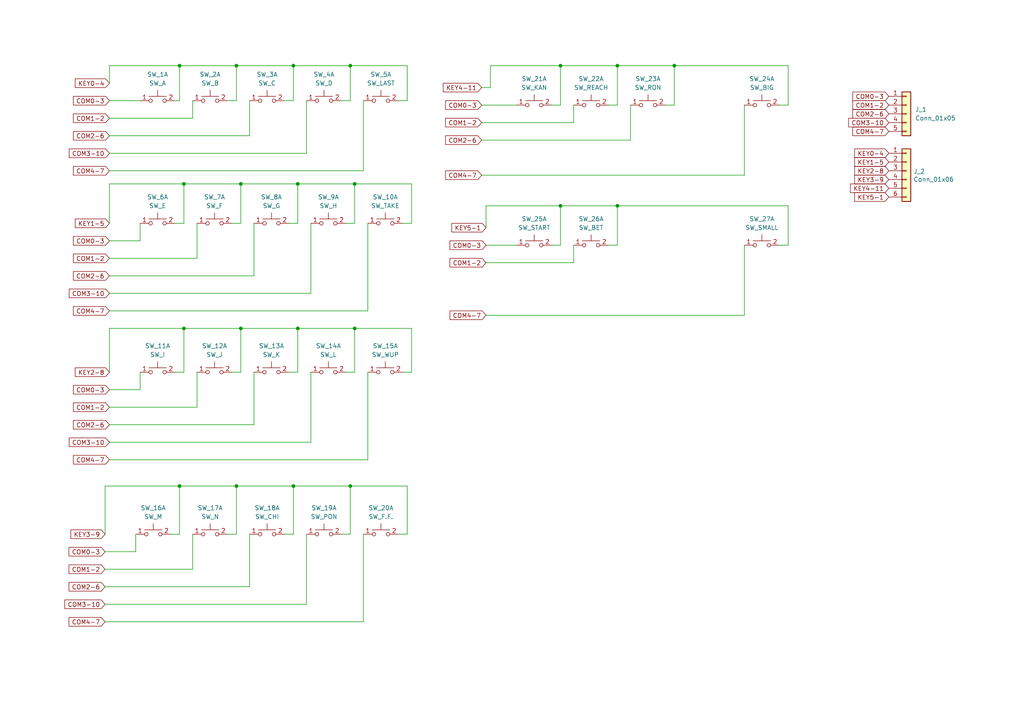
<source format=kicad_sch>
(kicad_sch (version 20211123) (generator eeschema)
  (paper "A4")
  (lib_symbols
    (symbol "Connector_Generic:Conn_01x05" (pin_names (offset 1.016) hide)
      (property "Reference" "J" (at 0 7.62 0))
      (property "Value" "Conn_01x05" (at 0 -7.62 0))
      (symbol "Conn_01x05_1_1"
        (rectangle (start -1.27 -4.953) (end 0 -5.207) (stroke (width 0.1524)))
        (rectangle (start -1.27 -2.413) (end 0 -2.667) (stroke (width 0.1524)))
        (rectangle (start -1.27 0.127) (end 0 -0.127) (stroke (width 0.1524)))
        (rectangle (start -1.27 2.667) (end 0 2.413) (stroke (width 0.1524)))
        (rectangle (start -1.27 5.207) (end 0 4.953) (stroke (width 0.1524)))
        (rectangle (start -1.27 6.35) (end 1.27 -6.35) (stroke (width 0.254)) (fill (type background)))
        (pin passive line (at -5.08 5.08 0) (length 3.81) (name "Pin_1") (number "1"))
        (pin passive line (at -5.08 2.54 0) (length 3.81) (name "Pin_2") (number "2"))
        (pin passive line (at -5.08 0 0) (length 3.81) (name "Pin_3") (number "3"))
        (pin passive line (at -5.08 -2.54 0) (length 3.81) (name "Pin_4") (number "4"))
        (pin passive line (at -5.08 -5.08 0) (length 3.81) (name "Pin_5") (number "5"))
      )
    )
    (symbol "Connector_Generic:Conn_01x06" (pin_names (offset 1.016) hide)
      (property "Reference" "J" (at 0 7.62 0))
      (property "Value" "Conn_01x06" (at 0 -10.16 0))
      (symbol "Conn_01x06_1_1"
        (rectangle (start -1.27 -7.493) (end 0 -7.747) (stroke (width 0.1524)))
        (rectangle (start -1.27 -4.953) (end 0 -5.207) (stroke (width 0.1524)))
        (rectangle (start -1.27 -2.413) (end 0 -2.667) (stroke (width 0.1524)))
        (rectangle (start -1.27 0.127) (end 0 -0.127) (stroke (width 0.1524)))
        (rectangle (start -1.27 2.667) (end 0 2.413) (stroke (width 0.1524)))
        (rectangle (start -1.27 5.207) (end 0 4.953) (stroke (width 0.1524)))
        (rectangle (start -1.27 6.35) (end 1.27 -8.89) (stroke (width 0.254)) (fill (type background)))
        (pin passive line (at -5.08 5.08 0) (length 3.81) (name "Pin_1") (number "1"))
        (pin passive line (at -5.08 2.54 0) (length 3.81) (name "Pin_2") (number "2"))
        (pin passive line (at -5.08 0 0) (length 3.81) (name "Pin_3") (number "3"))
        (pin passive line (at -5.08 -2.54 0) (length 3.81) (name "Pin_4") (number "4"))
        (pin passive line (at -5.08 -5.08 0) (length 3.81) (name "Pin_5") (number "5"))
        (pin passive line (at -5.08 -7.62 0) (length 3.81) (name "Pin_6") (number "6"))
      )
    )
    (symbol "Switch:SW_Push_Dual_x2" (pin_names (offset 1.016) hide)
      (property "Reference" "SW" (at 1.27 2.54 0))
      (property "Value" "SW_Push_Dual_x2" (at 0 -1.524 0))
      (symbol "SW_Push_Dual_x2_0_1"
        (circle (center -2.032 0) (radius 0.508))
        (polyline (pts (xy 0 1.27) (xy 0 3.048)))
        (polyline (pts (xy 2.54 1.27) (xy -2.54 1.27)))
        (circle (center 2.032 0) (radius 0.508))
      )
      (symbol "SW_Push_Dual_x2_1_1"
        (pin passive line (at -5.08 0 0) (length 2.54) (name "C") (number "1"))
        (pin passive line (at 5.08 0 180) (length 2.54) (name "D") (number "2"))
      )
      (symbol "SW_Push_Dual_x2_2_1"
        (pin passive line (at -5.08 0 0) (length 2.54) (name "C") (number "3"))
        (pin passive line (at 5.08 0 180) (length 2.54) (name "D") (number "4"))
      )
    )
  )
  (junction (at 68.58 140.97))
  (junction (at 68.58 19.05))
  (junction (at 101.6 19.05))
  (junction (at 102.87 53.34))
  (junction (at 85.09 19.05))
  (junction (at 69.85 53.34))
  (junction (at 52.07 140.97))
  (junction (at 102.87 95.25))
  (junction (at 162.56 59.69))
  (junction (at 162.56 19.05))
  (junction (at 53.34 95.25))
  (junction (at 101.6 140.97))
  (junction (at 179.07 19.05))
  (junction (at 195.58 19.05))
  (junction (at 86.36 95.25))
  (junction (at 52.07 19.05))
  (junction (at 179.07 59.69))
  (junction (at 53.34 53.34))
  (junction (at 69.85 95.25))
  (junction (at 86.36 53.34))
  (junction (at 85.09 140.97))
  (wire (pts (xy 162.56 71.12) (xy 160.02 71.12)))
  (wire (pts (xy 86.36 53.34) (xy 86.36 64.77)))
  (wire (pts (xy 228.6 19.05) (xy 228.6 30.48)))
  (wire (pts (xy 31.75 128.27) (xy 90.17 128.27)))
  (wire (pts (xy 55.88 165.1) (xy 55.88 154.94)))
  (wire (pts (xy 31.75 39.37) (xy 72.39 39.37)))
  (wire (pts (xy 31.75 133.35) (xy 106.68 133.35)))
  (wire (pts (xy 57.15 118.11) (xy 57.15 107.95)))
  (wire (pts (xy 30.48 175.26) (xy 88.9 175.26)))
  (wire (pts (xy 162.56 59.69) (xy 179.07 59.69)))
  (wire (pts (xy 31.75 107.95) (xy 31.75 95.25)))
  (wire (pts (xy 166.37 76.2) (xy 166.37 71.12)))
  (wire (pts (xy 53.34 107.95) (xy 50.8 107.95)))
  (wire (pts (xy 31.75 95.25) (xy 53.34 95.25)))
  (wire (pts (xy 40.64 113.03) (xy 40.64 107.95)))
  (wire (pts (xy 228.6 71.12) (xy 226.06 71.12)))
  (wire (pts (xy 101.6 140.97) (xy 118.11 140.97)))
  (wire (pts (xy 68.58 19.05) (xy 85.09 19.05)))
  (wire (pts (xy 68.58 140.97) (xy 85.09 140.97)))
  (wire (pts (xy 53.34 95.25) (xy 69.85 95.25)))
  (wire (pts (xy 215.9 50.8) (xy 215.9 30.48)))
  (wire (pts (xy 90.17 85.09) (xy 90.17 64.77)))
  (wire (pts (xy 142.24 25.4) (xy 142.24 19.05)))
  (wire (pts (xy 40.64 69.85) (xy 40.64 64.77)))
  (wire (pts (xy 101.6 19.05) (xy 118.11 19.05)))
  (wire (pts (xy 140.97 76.2) (xy 166.37 76.2)))
  (wire (pts (xy 102.87 95.25) (xy 102.87 107.95)))
  (wire (pts (xy 182.88 40.64) (xy 182.88 30.48)))
  (wire (pts (xy 50.8 29.21) (xy 52.07 29.21)))
  (wire (pts (xy 85.09 19.05) (xy 101.6 19.05)))
  (wire (pts (xy 86.36 95.25) (xy 102.87 95.25)))
  (wire (pts (xy 68.58 19.05) (xy 68.58 29.21)))
  (wire (pts (xy 31.75 113.03) (xy 40.64 113.03)))
  (wire (pts (xy 31.75 49.53) (xy 105.41 49.53)))
  (wire (pts (xy 101.6 154.94) (xy 99.06 154.94)))
  (wire (pts (xy 166.37 35.56) (xy 166.37 30.48)))
  (wire (pts (xy 82.55 29.21) (xy 85.09 29.21)))
  (wire (pts (xy 139.7 30.48) (xy 149.86 30.48)))
  (wire (pts (xy 140.97 66.04) (xy 140.97 59.69)))
  (wire (pts (xy 31.75 80.01) (xy 73.66 80.01)))
  (wire (pts (xy 31.75 85.09) (xy 90.17 85.09)))
  (wire (pts (xy 53.34 53.34) (xy 69.85 53.34)))
  (wire (pts (xy 179.07 59.69) (xy 228.6 59.69)))
  (wire (pts (xy 31.75 118.11) (xy 57.15 118.11)))
  (wire (pts (xy 30.48 160.02) (xy 39.37 160.02)))
  (wire (pts (xy 226.06 30.48) (xy 228.6 30.48)))
  (wire (pts (xy 106.68 90.17) (xy 106.68 64.77)))
  (wire (pts (xy 52.07 154.94) (xy 49.53 154.94)))
  (wire (pts (xy 68.58 154.94) (xy 66.04 154.94)))
  (wire (pts (xy 57.15 74.93) (xy 57.15 64.77)))
  (wire (pts (xy 69.85 95.25) (xy 86.36 95.25)))
  (wire (pts (xy 67.31 107.95) (xy 69.85 107.95)))
  (wire (pts (xy 102.87 64.77) (xy 100.33 64.77)))
  (wire (pts (xy 53.34 64.77) (xy 50.8 64.77)))
  (wire (pts (xy 118.11 140.97) (xy 118.11 154.94)))
  (wire (pts (xy 162.56 59.69) (xy 162.56 71.12)))
  (wire (pts (xy 52.07 140.97) (xy 68.58 140.97)))
  (wire (pts (xy 140.97 59.69) (xy 162.56 59.69)))
  (wire (pts (xy 30.48 170.18) (xy 72.39 170.18)))
  (wire (pts (xy 106.68 133.35) (xy 106.68 107.95)))
  (wire (pts (xy 162.56 19.05) (xy 162.56 30.48)))
  (wire (pts (xy 176.53 30.48) (xy 179.07 30.48)))
  (wire (pts (xy 31.75 90.17) (xy 106.68 90.17)))
  (wire (pts (xy 31.75 64.77) (xy 31.75 53.34)))
  (wire (pts (xy 39.37 160.02) (xy 39.37 154.94)))
  (wire (pts (xy 31.75 24.13) (xy 31.75 19.05)))
  (wire (pts (xy 31.75 29.21) (xy 40.64 29.21)))
  (wire (pts (xy 99.06 29.21) (xy 101.6 29.21)))
  (wire (pts (xy 83.82 107.95) (xy 86.36 107.95)))
  (wire (pts (xy 179.07 19.05) (xy 179.07 30.48)))
  (wire (pts (xy 52.07 19.05) (xy 52.07 29.21)))
  (wire (pts (xy 72.39 170.18) (xy 72.39 154.94)))
  (wire (pts (xy 100.33 107.95) (xy 102.87 107.95)))
  (wire (pts (xy 119.38 107.95) (xy 116.84 107.95)))
  (wire (pts (xy 119.38 53.34) (xy 119.38 64.77)))
  (wire (pts (xy 140.97 71.12) (xy 149.86 71.12)))
  (wire (pts (xy 30.48 180.34) (xy 105.41 180.34)))
  (wire (pts (xy 73.66 80.01) (xy 73.66 64.77)))
  (wire (pts (xy 215.9 91.44) (xy 215.9 71.12)))
  (wire (pts (xy 105.41 180.34) (xy 105.41 154.94)))
  (wire (pts (xy 66.04 29.21) (xy 68.58 29.21)))
  (wire (pts (xy 140.97 91.44) (xy 215.9 91.44)))
  (wire (pts (xy 139.7 25.4) (xy 142.24 25.4)))
  (wire (pts (xy 31.75 123.19) (xy 73.66 123.19)))
  (wire (pts (xy 195.58 19.05) (xy 195.58 30.48)))
  (wire (pts (xy 55.88 29.21) (xy 55.88 34.29)))
  (wire (pts (xy 162.56 30.48) (xy 160.02 30.48)))
  (wire (pts (xy 53.34 95.25) (xy 53.34 107.95)))
  (wire (pts (xy 72.39 29.21) (xy 72.39 39.37)))
  (wire (pts (xy 73.66 123.19) (xy 73.66 107.95)))
  (wire (pts (xy 88.9 175.26) (xy 88.9 154.94)))
  (wire (pts (xy 31.75 74.93) (xy 57.15 74.93)))
  (wire (pts (xy 118.11 154.94) (xy 115.57 154.94)))
  (wire (pts (xy 30.48 140.97) (xy 52.07 140.97)))
  (wire (pts (xy 102.87 95.25) (xy 119.38 95.25)))
  (wire (pts (xy 86.36 53.34) (xy 102.87 53.34)))
  (wire (pts (xy 86.36 95.25) (xy 86.36 107.95)))
  (wire (pts (xy 139.7 50.8) (xy 215.9 50.8)))
  (wire (pts (xy 69.85 95.25) (xy 69.85 107.95)))
  (wire (pts (xy 85.09 140.97) (xy 101.6 140.97)))
  (wire (pts (xy 118.11 29.21) (xy 115.57 29.21)))
  (wire (pts (xy 90.17 128.27) (xy 90.17 107.95)))
  (wire (pts (xy 179.07 19.05) (xy 195.58 19.05)))
  (wire (pts (xy 101.6 19.05) (xy 101.6 29.21)))
  (wire (pts (xy 69.85 64.77) (xy 67.31 64.77)))
  (wire (pts (xy 31.75 69.85) (xy 40.64 69.85)))
  (wire (pts (xy 68.58 140.97) (xy 68.58 154.94)))
  (wire (pts (xy 85.09 140.97) (xy 85.09 154.94)))
  (wire (pts (xy 119.38 95.25) (xy 119.38 107.95)))
  (wire (pts (xy 85.09 19.05) (xy 85.09 29.21)))
  (wire (pts (xy 30.48 165.1) (xy 55.88 165.1)))
  (wire (pts (xy 102.87 53.34) (xy 102.87 64.77)))
  (wire (pts (xy 139.7 40.64) (xy 182.88 40.64)))
  (wire (pts (xy 116.84 64.77) (xy 119.38 64.77)))
  (wire (pts (xy 179.07 59.69) (xy 179.07 71.12)))
  (wire (pts (xy 118.11 19.05) (xy 118.11 29.21)))
  (wire (pts (xy 105.41 49.53) (xy 105.41 29.21)))
  (wire (pts (xy 30.48 154.94) (xy 30.48 140.97)))
  (wire (pts (xy 195.58 19.05) (xy 228.6 19.05)))
  (wire (pts (xy 139.7 35.56) (xy 166.37 35.56)))
  (wire (pts (xy 82.55 154.94) (xy 85.09 154.94)))
  (wire (pts (xy 101.6 140.97) (xy 101.6 154.94)))
  (wire (pts (xy 53.34 53.34) (xy 53.34 64.77)))
  (wire (pts (xy 86.36 64.77) (xy 83.82 64.77)))
  (wire (pts (xy 88.9 44.45) (xy 88.9 29.21)))
  (wire (pts (xy 31.75 53.34) (xy 53.34 53.34)))
  (wire (pts (xy 31.75 19.05) (xy 52.07 19.05)))
  (wire (pts (xy 31.75 44.45) (xy 88.9 44.45)))
  (wire (pts (xy 102.87 53.34) (xy 119.38 53.34)))
  (wire (pts (xy 69.85 53.34) (xy 69.85 64.77)))
  (wire (pts (xy 142.24 19.05) (xy 162.56 19.05)))
  (wire (pts (xy 176.53 71.12) (xy 179.07 71.12)))
  (wire (pts (xy 193.04 30.48) (xy 195.58 30.48)))
  (wire (pts (xy 228.6 59.69) (xy 228.6 71.12)))
  (wire (pts (xy 69.85 53.34) (xy 86.36 53.34)))
  (wire (pts (xy 162.56 19.05) (xy 179.07 19.05)))
  (wire (pts (xy 52.07 140.97) (xy 52.07 154.94)))
  (wire (pts (xy 31.75 34.29) (xy 55.88 34.29)))
  (wire (pts (xy 52.07 19.05) (xy 68.58 19.05)))
  (global_label "COM3-10" (shape input) (at 31.75 85.09 180) (property "Intersheet References" "${INTERSHEET_REFS}" (effects hide)))
  (global_label "COM4-7" (shape input) (at 31.75 90.17 180) (property "Intersheet References" "${INTERSHEET_REFS}" (effects hide)))
  (global_label "KEY2-8" (shape input) (at 257.81 49.53 180) (property "Intersheet References" "${INTERSHEET_REFS}" (effects hide)))
  (global_label "COM0-3" (shape input) (at 31.75 69.85 180) (property "Intersheet References" "${INTERSHEET_REFS}" (effects hide)))
  (global_label "COM1-2" (shape input) (at 31.75 34.29 180) (property "Intersheet References" "${INTERSHEET_REFS}" (effects hide)))
  (global_label "COM4-7" (shape input) (at 257.81 38.1 180) (property "Intersheet References" "${INTERSHEET_REFS}" (effects hide)))
  (global_label "KEY2-8" (shape input) (at 31.75 107.95 180) (property "Intersheet References" "${INTERSHEET_REFS}" (effects hide)))
  (global_label "COM1-2" (shape input) (at 30.48 165.1 180) (property "Intersheet References" "${INTERSHEET_REFS}" (effects hide)))
  (global_label "COM1-2" (shape input) (at 31.75 118.11 180) (property "Intersheet References" "${INTERSHEET_REFS}" (effects hide)))
  (global_label "COM2-6" (shape input) (at 31.75 123.19 180) (property "Intersheet References" "${INTERSHEET_REFS}" (effects hide)))
  (global_label "COM1-2" (shape input) (at 31.75 74.93 180) (property "Intersheet References" "${INTERSHEET_REFS}" (effects hide)))
  (global_label "COM4-7" (shape input) (at 30.48 180.34 180) (property "Intersheet References" "${INTERSHEET_REFS}" (effects hide)))
  (global_label "KEY1-5" (shape input) (at 31.75 64.77 180) (property "Intersheet References" "${INTERSHEET_REFS}" (effects hide)))
  (global_label "COM1-2" (shape input) (at 139.7 35.56 180) (property "Intersheet References" "${INTERSHEET_REFS}" (effects hide)))
  (global_label "COM1-2" (shape input) (at 140.97 76.2 180) (property "Intersheet References" "${INTERSHEET_REFS}" (effects hide)))
  (global_label "COM2-6" (shape input) (at 139.7 40.64 180) (property "Intersheet References" "${INTERSHEET_REFS}" (effects hide)))
  (global_label "COM4-7" (shape input) (at 139.7 50.8 180) (property "Intersheet References" "${INTERSHEET_REFS}" (effects hide)))
  (global_label "COM2-6" (shape input) (at 31.75 39.37 180) (property "Intersheet References" "${INTERSHEET_REFS}" (effects hide)))
  (global_label "KEY1-5" (shape input) (at 257.81 46.99 180) (property "Intersheet References" "${INTERSHEET_REFS}" (effects hide)))
  (global_label "COM0-3" (shape input) (at 139.7 30.48 180) (property "Intersheet References" "${INTERSHEET_REFS}" (effects hide)))
  (global_label "KEY4-11" (shape input) (at 257.81 54.61 180) (property "Intersheet References" "${INTERSHEET_REFS}" (effects hide)))
  (global_label "COM4-7" (shape input) (at 31.75 49.53 180) (property "Intersheet References" "${INTERSHEET_REFS}" (effects hide)))
  (global_label "KEY0-4" (shape input) (at 31.75 24.13 180) (property "Intersheet References" "${INTERSHEET_REFS}" (effects hide)))
  (global_label "COM2-6" (shape input) (at 30.48 170.18 180) (property "Intersheet References" "${INTERSHEET_REFS}" (effects hide)))
  (global_label "COM2-6" (shape input) (at 31.75 80.01 180) (property "Intersheet References" "${INTERSHEET_REFS}" (effects hide)))
  (global_label "KEY0-4" (shape input) (at 257.81 44.45 180) (property "Intersheet References" "${INTERSHEET_REFS}" (effects hide)))
  (global_label "KEY5-1" (shape input) (at 257.81 57.15 180) (property "Intersheet References" "${INTERSHEET_REFS}" (effects hide)))
  (global_label "COM0-3" (shape input) (at 31.75 113.03 180) (property "Intersheet References" "${INTERSHEET_REFS}" (effects hide)))
  (global_label "COM4-7" (shape input) (at 140.97 91.44 180) (property "Intersheet References" "${INTERSHEET_REFS}" (effects hide)))
  (global_label "KEY3-9" (shape input) (at 257.81 52.07 180) (property "Intersheet References" "${INTERSHEET_REFS}" (effects hide)))
  (global_label "COM3-10" (shape input) (at 31.75 44.45 180) (property "Intersheet References" "${INTERSHEET_REFS}" (effects hide)))
  (global_label "COM2-6" (shape input) (at 257.81 33.02 180) (property "Intersheet References" "${INTERSHEET_REFS}" (effects hide)))
  (global_label "COM0-3" (shape input) (at 257.81 27.94 180) (property "Intersheet References" "${INTERSHEET_REFS}" (effects hide)))
  (global_label "COM0-3" (shape input) (at 31.75 29.21 180) (property "Intersheet References" "${INTERSHEET_REFS}" (effects hide)))
  (global_label "KEY5-1" (shape input) (at 140.97 66.04 180) (property "Intersheet References" "${INTERSHEET_REFS}" (effects hide)))
  (global_label "COM3-10" (shape input) (at 31.75 128.27 180) (property "Intersheet References" "${INTERSHEET_REFS}" (effects hide)))
  (global_label "COM1-2" (shape input) (at 257.81 30.48 180) (property "Intersheet References" "${INTERSHEET_REFS}" (effects hide)))
  (global_label "KEY3-9" (shape input) (at 30.48 154.94 180) (property "Intersheet References" "${INTERSHEET_REFS}" (effects hide)))
  (global_label "COM4-7" (shape input) (at 31.75 133.35 180) (property "Intersheet References" "${INTERSHEET_REFS}" (effects hide)))
  (global_label "COM3-10" (shape input) (at 257.81 35.56 180) (property "Intersheet References" "${INTERSHEET_REFS}" (effects hide)))
  (global_label "COM0-3" (shape input) (at 140.97 71.12 180) (property "Intersheet References" "${INTERSHEET_REFS}" (effects hide)))
  (global_label "COM0-3" (shape input) (at 30.48 160.02 180) (property "Intersheet References" "${INTERSHEET_REFS}" (effects hide)))
  (global_label "KEY4-11" (shape input) (at 139.7 25.4 180) (property "Intersheet References" "${INTERSHEET_REFS}" (effects hide)))
  (global_label "COM3-10" (shape input) (at 30.48 175.26 180) (property "Intersheet References" "${INTERSHEET_REFS}" (effects hide)))
  (symbol (lib_id "Switch:SW_Push_Dual_x2") (at 154.94 71.12 0) (unit 1)
    (property "Reference" "SW_25" (at 154.94 63.5 0))
    (property "Value" "SW_START" (at 154.94 66.04 0))
    (property "Footprint" "Button_Switch_THT:SW_PUSH-12mm" (effects hide))
  )
  (symbol (lib_id "Switch:SW_Push_Dual_x2") (at 60.96 29.21 0) (unit 1)
    (property "Reference" "SW_2" (at 60.96 21.59 0))
    (property "Value" "SW_B" (at 60.96 24.13 0))
    (property "Footprint" "Button_Switch_THT:SW_PUSH-12mm" (effects hide))
  )
  (symbol (lib_id "Switch:SW_Push_Dual_x2") (at 45.72 64.77 0) (unit 1)
    (property "Reference" "SW_6" (at 45.72 57.15 0))
    (property "Value" "SW_E" (at 45.72 59.69 0))
    (property "Footprint" "Button_Switch_THT:SW_PUSH-12mm" (effects hide))
  )
  (symbol (lib_id "Switch:SW_Push_Dual_x2") (at 77.47 29.21 0) (unit 1)
    (property "Reference" "SW_3" (at 77.47 21.59 0))
    (property "Value" "SW_C" (at 77.47 24.13 0))
    (property "Footprint" "Button_Switch_THT:SW_PUSH-12mm" (effects hide))
  )
  (symbol (lib_id "Switch:SW_Push_Dual_x2") (at 110.49 29.21 0) (unit 1)
    (property "Reference" "SW_5" (at 110.49 21.59 0))
    (property "Value" "SW_LAST" (at 110.49 24.13 0))
    (property "Footprint" "Button_Switch_THT:SW_PUSH-12mm" (effects hide))
  )
  (symbol (lib_id "Switch:SW_Push_Dual_x2") (at 62.23 107.95 0) (unit 1)
    (property "Reference" "SW_12" (at 62.23 100.33 0))
    (property "Value" "SW_J" (at 62.23 102.87 0))
    (property "Footprint" "Button_Switch_THT:SW_PUSH-12mm" (effects hide))
  )
  (symbol (lib_id "Switch:SW_Push_Dual_x2") (at 93.98 29.21 0) (unit 1)
    (property "Reference" "SW_4" (at 93.98 21.59 0))
    (property "Value" "SW_D" (at 93.98 24.13 0))
    (property "Footprint" "Button_Switch_THT:SW_PUSH-12mm" (effects hide))
  )
  (symbol (lib_id "Connector_Generic:Conn_01x06") (at 262.89 49.53 0) (unit 1)
    (property "Reference" "J_2" (at 264.922 49.7332 0) (effects (justify left)))
    (property "Value" "Conn_01x06" (at 264.922 52.0446 0) (effects (justify left)))
    (property "Footprint" "Connector_JST:JST_EH_B6B-EH-A_1x06_P2.50mm_Vertical" (effects hide))
  )
  (symbol (lib_id "Switch:SW_Push_Dual_x2") (at 45.72 29.21 0) (unit 1)
    (property "Reference" "SW_1" (at 45.72 21.59 0))
    (property "Value" "SW_A" (at 45.72 24.13 0))
    (property "Footprint" "Button_Switch_THT:SW_PUSH-12mm" (effects hide))
  )
  (symbol (lib_id "Switch:SW_Push_Dual_x2") (at 62.23 64.77 0) (unit 1)
    (property "Reference" "SW_7" (at 62.23 57.15 0))
    (property "Value" "SW_F" (at 62.23 59.69 0))
    (property "Footprint" "Button_Switch_THT:SW_PUSH-12mm" (effects hide))
  )
  (symbol (lib_id "Switch:SW_Push_Dual_x2") (at 111.76 64.77 0) (unit 1)
    (property "Reference" "SW_10" (at 111.76 57.15 0))
    (property "Value" "SW_TAKE" (at 111.76 59.69 0))
    (property "Footprint" "Button_Switch_THT:SW_PUSH-12mm" (effects hide))
  )
  (symbol (lib_id "Switch:SW_Push_Dual_x2") (at 95.25 64.77 0) (unit 1)
    (property "Reference" "SW_9" (at 95.25 57.15 0))
    (property "Value" "SW_H" (at 95.25 59.69 0))
    (property "Footprint" "Button_Switch_THT:SW_PUSH-12mm" (effects hide))
  )
  (symbol (lib_id "Switch:SW_Push_Dual_x2") (at 220.98 71.12 0) (unit 1)
    (property "Reference" "SW_27" (at 220.98 63.5 0))
    (property "Value" "SW_SMALL" (at 220.98 66.04 0))
    (property "Footprint" "Button_Switch_THT:SW_PUSH-12mm" (effects hide))
  )
  (symbol (lib_id "Switch:SW_Push_Dual_x2") (at 45.72 107.95 0) (unit 1)
    (property "Reference" "SW_11" (at 45.72 100.33 0))
    (property "Value" "SW_I" (at 45.72 102.87 0))
    (property "Footprint" "Button_Switch_THT:SW_PUSH-12mm" (effects hide))
  )
  (symbol (lib_id "Switch:SW_Push_Dual_x2") (at 95.25 107.95 0) (unit 1)
    (property "Reference" "SW_14" (at 95.25 100.33 0))
    (property "Value" "SW_L" (at 95.25 102.87 0))
    (property "Footprint" "Button_Switch_THT:SW_PUSH-12mm" (effects hide))
  )
  (symbol (lib_id "Switch:SW_Push_Dual_x2") (at 44.45 154.94 0) (unit 1)
    (property "Reference" "SW_16" (at 44.45 147.32 0))
    (property "Value" "SW_M" (at 44.45 149.86 0))
    (property "Footprint" "Button_Switch_THT:SW_PUSH-12mm" (effects hide))
  )
  (symbol (lib_id "Switch:SW_Push_Dual_x2") (at 171.45 71.12 0) (unit 1)
    (property "Reference" "SW_26" (at 171.45 63.5 0))
    (property "Value" "SW_BET" (at 171.45 66.04 0))
    (property "Footprint" "Button_Switch_THT:SW_PUSH-12mm" (effects hide))
  )
  (symbol (lib_id "Switch:SW_Push_Dual_x2") (at 77.47 154.94 0) (unit 1)
    (property "Reference" "SW_18" (at 77.47 147.32 0))
    (property "Value" "SW_CHI" (at 77.47 149.86 0))
    (property "Footprint" "Button_Switch_THT:SW_PUSH-12mm" (effects hide))
  )
  (symbol (lib_id "Switch:SW_Push_Dual_x2") (at 78.74 64.77 0) (unit 1)
    (property "Reference" "SW_8" (at 78.74 57.15 0))
    (property "Value" "SW_G" (at 78.74 59.69 0))
    (property "Footprint" "Button_Switch_THT:SW_PUSH-12mm" (effects hide))
  )
  (symbol (lib_id "Switch:SW_Push_Dual_x2") (at 187.96 30.48 0) (unit 1)
    (property "Reference" "SW_23" (at 187.96 22.86 0))
    (property "Value" "SW_RON" (at 187.96 25.4 0))
    (property "Footprint" "Button_Switch_THT:SW_PUSH-12mm" (effects hide))
  )
  (symbol (lib_id "Switch:SW_Push_Dual_x2") (at 111.76 107.95 0) (unit 1)
    (property "Reference" "SW_15" (at 111.76 100.33 0))
    (property "Value" "SW_WUP" (at 111.76 102.87 0))
    (property "Footprint" "Button_Switch_THT:SW_PUSH-12mm" (effects hide))
  )
  (symbol (lib_id "Switch:SW_Push_Dual_x2") (at 60.96 154.94 0) (unit 1)
    (property "Reference" "SW_17" (at 60.96 147.32 0))
    (property "Value" "SW_N" (at 60.96 149.86 0))
    (property "Footprint" "Button_Switch_THT:SW_PUSH-12mm" (effects hide))
  )
  (symbol (lib_id "Switch:SW_Push_Dual_x2") (at 93.98 154.94 0) (unit 1)
    (property "Reference" "SW_19" (at 93.98 147.32 0))
    (property "Value" "SW_PON" (at 93.98 149.86 0))
    (property "Footprint" "Button_Switch_THT:SW_PUSH-12mm" (effects hide))
  )
  (symbol (lib_id "Switch:SW_Push_Dual_x2") (at 171.45 30.48 0) (unit 1)
    (property "Reference" "SW_22" (at 171.45 22.86 0))
    (property "Value" "SW_REACH" (at 171.45 25.4 0))
    (property "Footprint" "Button_Switch_THT:SW_PUSH-12mm" (effects hide))
  )
  (symbol (lib_id "Connector_Generic:Conn_01x05") (at 262.89 33.02 0) (unit 1)
    (property "Reference" "J_1" (at 265.43 31.7499 0) (effects (justify left)))
    (property "Value" "Conn_01x05" (at 265.43 34.2899 0) (effects (justify left)))
    (property "Footprint" "Connector_JST:JST_EH_B5B-EH-A_1x05_P2.50mm_Vertical" (effects hide))
  )
  (symbol (lib_id "Switch:SW_Push_Dual_x2") (at 220.98 30.48 0) (unit 1)
    (property "Reference" "SW_24" (at 220.98 22.86 0))
    (property "Value" "SW_BIG" (at 220.98 25.4 0))
    (property "Footprint" "Button_Switch_THT:SW_PUSH-12mm" (effects hide))
  )
  (symbol (lib_id "Switch:SW_Push_Dual_x2") (at 78.74 107.95 0) (unit 1)
    (property "Reference" "SW_13" (at 78.74 100.33 0))
    (property "Value" "SW_K" (at 78.74 102.87 0))
    (property "Footprint" "Button_Switch_THT:SW_PUSH-12mm" (effects hide))
  )
  (symbol (lib_id "Switch:SW_Push_Dual_x2") (at 110.49 154.94 0) (unit 1)
    (property "Reference" "SW_20" (at 110.49 147.32 0))
    (property "Value" "SW_F.F." (at 110.49 149.86 0))
    (property "Footprint" "Button_Switch_THT:SW_PUSH-12mm" (effects hide))
  )
  (symbol (lib_id "Switch:SW_Push_Dual_x2") (at 154.94 30.48 0) (unit 1)
    (property "Reference" "SW_21" (at 154.94 22.86 0))
    (property "Value" "SW_KAN" (at 154.94 25.4 0))
    (property "Footprint" "Button_Switch_THT:SW_PUSH-12mm" (effects hide))
  )
)
</source>
